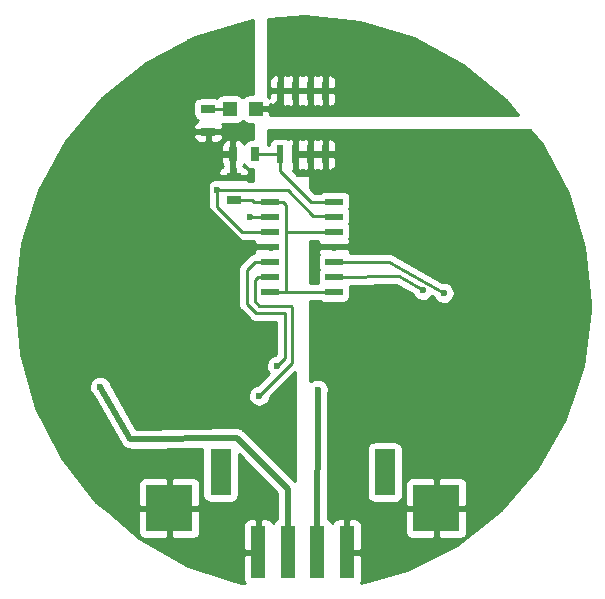
<source format=gbr>
G04 #@! TF.FileFunction,Copper,L2,Bot,Signal*
%FSLAX46Y46*%
G04 Gerber Fmt 4.6, Leading zero omitted, Abs format (unit mm)*
G04 Created by KiCad (PCBNEW 4.0.6) date 03/19/17 22:54:01*
%MOMM*%
%LPD*%
G01*
G04 APERTURE LIST*
%ADD10C,0.100000*%
%ADD11R,1.500000X0.600000*%
%ADD12R,1.300000X4.500000*%
%ADD13R,1.800000X3.900000*%
%ADD14R,0.600000X1.550000*%
%ADD15R,1.300000X0.700000*%
%ADD16R,0.700000X1.300000*%
%ADD17R,4.000000X4.000000*%
%ADD18R,1.200000X1.200000*%
%ADD19C,0.600000*%
%ADD20C,0.250000*%
%ADD21C,0.500000*%
%ADD22C,0.254000*%
G04 APERTURE END LIST*
D10*
D11*
X-2745264Y910247D03*
X-2745264Y2180247D03*
X-2745264Y3450247D03*
X-2745264Y4720247D03*
X-2745264Y5990247D03*
X-2745264Y7260247D03*
X-2745264Y8530247D03*
X2654736Y8530247D03*
X2654736Y7260247D03*
X2654736Y5990247D03*
X2654736Y4720247D03*
X2654736Y3450247D03*
X2654736Y2180247D03*
X2654736Y910247D03*
D12*
X-3750000Y-21149000D03*
X-1250000Y-21149000D03*
X1250000Y-21149000D03*
X3750000Y-21149000D03*
D13*
X-6950000Y-14349000D03*
X6950000Y-14349000D03*
D14*
X1905000Y12540000D03*
X635000Y12540000D03*
X-635000Y12540000D03*
X-1905000Y12540000D03*
X-1905000Y17940000D03*
X-635000Y17940000D03*
X635000Y17940000D03*
X1905000Y17940000D03*
D15*
X-5842000Y10602000D03*
X-5842000Y8702000D03*
D16*
X-4003000Y12573000D03*
X-5903000Y12573000D03*
D17*
X-11303000Y-17399000D03*
X11303000Y-17399000D03*
D18*
X-6180000Y16383000D03*
X-3980000Y16383000D03*
D15*
X-8001000Y14480500D03*
X-8001000Y16380500D03*
D19*
X-2159000Y-5334000D03*
X-3683000Y-7874000D03*
X-7239000Y9525000D03*
X-4445000Y7239000D03*
X11938000Y825500D03*
X10160000Y1079500D03*
X-6858000Y19304000D03*
X-8128000Y19304000D03*
X-9525000Y19304000D03*
X-9525000Y20701000D03*
X-9525000Y22098000D03*
X-8128000Y22098000D03*
X-6858000Y22098000D03*
X-6858000Y20701000D03*
X-8128000Y20701000D03*
X-11303000Y-17399000D03*
X11303000Y-17399000D03*
X-17145000Y-7112000D03*
X1270000Y-7366000D03*
X6858000Y21971000D03*
X6858000Y20701000D03*
X6858000Y19431000D03*
X8128000Y19431000D03*
X9398000Y19431000D03*
X9398000Y21971000D03*
X8128000Y21971000D03*
X9398000Y20701000D03*
X8128000Y20701000D03*
D20*
X-4042753Y3450247D02*
X-2745264Y3450247D01*
X-2159000Y-5334000D02*
X-2032000Y-5207000D01*
X-2032000Y-5207000D02*
X-1524000Y-4699000D01*
X-1524000Y-4699000D02*
X-1524000Y-889000D01*
X-1524000Y-889000D02*
X-3937000Y-889000D01*
X-3937000Y-889000D02*
X-4699000Y-127000D01*
X-4699000Y-127000D02*
X-4699000Y2794000D01*
X-4699000Y2794000D02*
X-4042753Y3450247D01*
X-3788753Y2180247D02*
X-2745264Y2180247D01*
X-4064000Y1905000D02*
X-3788753Y2180247D01*
X-4064000Y127000D02*
X-4064000Y1905000D01*
X-3683000Y-254000D02*
X-4064000Y127000D01*
X-1016000Y-254000D02*
X-3683000Y-254000D01*
X-889000Y-381000D02*
X-1016000Y-254000D01*
X-889000Y-5080000D02*
X-889000Y-381000D01*
X-3683000Y-7874000D02*
X-889000Y-5080000D01*
X-7239000Y9525000D02*
X-1270000Y9525000D01*
X889000Y7366000D02*
X2548983Y7366000D01*
X-1270000Y9525000D02*
X889000Y7366000D01*
X2548983Y7366000D02*
X2654736Y7260247D01*
X-5101247Y5990247D02*
X-2745264Y5990247D01*
X-7239000Y8128000D02*
X-5101247Y5990247D01*
X-7239000Y9525000D02*
X-7239000Y8128000D01*
X-4445000Y7239000D02*
X-2745264Y7260247D01*
X7302991Y3432796D02*
X2654736Y3450247D01*
X11938000Y825500D02*
X7302991Y3432796D01*
X8124936Y2217019D02*
X2654736Y2180247D01*
X10160000Y1079500D02*
X8124936Y2217019D01*
X-2745264Y8530247D02*
X-4085247Y8530247D01*
X-4257000Y8702000D02*
X-5842000Y8702000D01*
X-4085247Y8530247D02*
X-4257000Y8702000D01*
X0Y910247D02*
X0Y889000D01*
X0Y889000D02*
X0Y910247D01*
X2654736Y5990247D02*
X-1397000Y5990247D01*
X-1397000Y5990247D02*
X-1397000Y5969000D01*
X-2745264Y8530247D02*
X-1672247Y8530247D01*
X-1397000Y8255000D02*
X-1397000Y5969000D01*
X-1397000Y5969000D02*
X-1397000Y910247D01*
X-1672247Y8530247D02*
X-1397000Y8255000D01*
X-2745264Y910247D02*
X-1397000Y910247D01*
X-1397000Y910247D02*
X0Y910247D01*
X0Y910247D02*
X2654736Y910247D01*
D21*
X-5903000Y12573000D02*
X-8128000Y12573000D01*
X-8128000Y12573000D02*
X-8128000Y12446000D01*
X-5903000Y12573000D02*
X-5903000Y10663000D01*
X-5903000Y10663000D02*
X-5842000Y10602000D01*
X-8128000Y12446000D02*
X-8128000Y12065000D01*
X-8128000Y7937500D02*
X-4889500Y4699000D01*
X-8128000Y12065000D02*
X-8128000Y7937500D01*
X-4889500Y4699000D02*
X-2745264Y4720247D01*
X10879986Y-17399000D02*
X11303000Y-17399000D01*
X10677358Y-17601628D02*
X10879986Y-17399000D01*
X1905000Y12540000D02*
X4859000Y12540000D01*
X6794500Y10604500D02*
X6794500Y4762500D01*
X4859000Y12540000D02*
X6794500Y10604500D01*
X-635000Y12540000D02*
X635000Y12540000D01*
X635000Y12540000D02*
X1905000Y12540000D01*
X6794500Y4762500D02*
X2654736Y4720247D01*
D20*
X-4003000Y12573000D02*
X-1938000Y12573000D01*
X-1938000Y12573000D02*
X-1905000Y12540000D01*
X2654736Y8530247D02*
X740753Y8530247D01*
X-1905000Y11176000D02*
X-1905000Y12540000D01*
X740753Y8530247D02*
X-1905000Y11176000D01*
X-3970000Y12540000D02*
X-4003000Y12573000D01*
X-1905000Y11938000D02*
X-1905000Y12540000D01*
D21*
X-1250000Y-21149000D02*
X-1270000Y-15748000D01*
X-14605000Y-11557000D02*
X-17145000Y-7112000D01*
X-5588000Y-11430000D02*
X-14605000Y-11557000D01*
X-1270000Y-15748000D02*
X-5588000Y-11430000D01*
X1250000Y-21149000D02*
X1270000Y-7366000D01*
X-3980000Y16383000D02*
X-2540000Y16383000D01*
X-1905000Y17018000D02*
X-1905000Y17940000D01*
X-2540000Y16383000D02*
X-1905000Y17018000D01*
X-1905000Y17940000D02*
X-635000Y17940000D01*
X-635000Y17940000D02*
X635000Y17940000D01*
X635000Y17940000D02*
X1905000Y17940000D01*
D20*
X-6180000Y16383000D02*
X-8001000Y16380500D01*
D22*
G36*
X20244113Y13436100D02*
X22469679Y9250418D01*
X23839857Y4712171D01*
X24302456Y-5781D01*
X24292986Y-683998D01*
X23698834Y-5387194D01*
X22202475Y-9885414D01*
X19860906Y-14007322D01*
X16763315Y-17595916D01*
X13027689Y-20514506D01*
X8796317Y-22651926D01*
X4944250Y-23727442D01*
X4962730Y-23699785D01*
X5010597Y-23584223D01*
X5035000Y-23461542D01*
X5035000Y-21434750D01*
X4876250Y-21276000D01*
X3877000Y-21276000D01*
X3877000Y-21296000D01*
X3623000Y-21296000D01*
X3623000Y-21276000D01*
X3603000Y-21276000D01*
X3603000Y-21022000D01*
X3623000Y-21022000D01*
X3623000Y-18422750D01*
X3877000Y-18422750D01*
X3877000Y-21022000D01*
X4876250Y-21022000D01*
X5035000Y-20863250D01*
X5035000Y-18836458D01*
X5010597Y-18713777D01*
X4962730Y-18598215D01*
X4893237Y-18494211D01*
X4804789Y-18405763D01*
X4700785Y-18336270D01*
X4585223Y-18288403D01*
X4462542Y-18264000D01*
X4035750Y-18264000D01*
X3877000Y-18422750D01*
X3623000Y-18422750D01*
X3464250Y-18264000D01*
X3037458Y-18264000D01*
X2914777Y-18288403D01*
X2799215Y-18336270D01*
X2695211Y-18405763D01*
X2606763Y-18494211D01*
X2537270Y-18598215D01*
X2497734Y-18693663D01*
X2476894Y-18626366D01*
X2378100Y-18476441D01*
X2241450Y-18359975D01*
X2139115Y-18313846D01*
X2140027Y-17684750D01*
X8668000Y-17684750D01*
X8668000Y-19461542D01*
X8692403Y-19584223D01*
X8740270Y-19699785D01*
X8809763Y-19803789D01*
X8898211Y-19892237D01*
X9002215Y-19961730D01*
X9117777Y-20009597D01*
X9240458Y-20034000D01*
X11017250Y-20034000D01*
X11176000Y-19875250D01*
X11176000Y-17526000D01*
X11430000Y-17526000D01*
X11430000Y-19875250D01*
X11588750Y-20034000D01*
X13365542Y-20034000D01*
X13488223Y-20009597D01*
X13603785Y-19961730D01*
X13707789Y-19892237D01*
X13796237Y-19803789D01*
X13865730Y-19699785D01*
X13913597Y-19584223D01*
X13938000Y-19461542D01*
X13938000Y-17684750D01*
X13779250Y-17526000D01*
X11430000Y-17526000D01*
X11176000Y-17526000D01*
X8826750Y-17526000D01*
X8668000Y-17684750D01*
X2140027Y-17684750D01*
X2147697Y-12399000D01*
X5411928Y-12399000D01*
X5411928Y-16299000D01*
X5419992Y-16400121D01*
X5473106Y-16571634D01*
X5571900Y-16721559D01*
X5708550Y-16838025D01*
X5872237Y-16911810D01*
X6050000Y-16937072D01*
X7850000Y-16937072D01*
X7951121Y-16929008D01*
X8122634Y-16875894D01*
X8272559Y-16777100D01*
X8389025Y-16640450D01*
X8462810Y-16476763D01*
X8488072Y-16299000D01*
X8488072Y-15336458D01*
X8668000Y-15336458D01*
X8668000Y-17113250D01*
X8826750Y-17272000D01*
X11176000Y-17272000D01*
X11176000Y-14922750D01*
X11430000Y-14922750D01*
X11430000Y-17272000D01*
X13779250Y-17272000D01*
X13938000Y-17113250D01*
X13938000Y-15336458D01*
X13913597Y-15213777D01*
X13865730Y-15098215D01*
X13796237Y-14994211D01*
X13707789Y-14905763D01*
X13603785Y-14836270D01*
X13488223Y-14788403D01*
X13365542Y-14764000D01*
X11588750Y-14764000D01*
X11430000Y-14922750D01*
X11176000Y-14922750D01*
X11017250Y-14764000D01*
X9240458Y-14764000D01*
X9117777Y-14788403D01*
X9002215Y-14836270D01*
X8898211Y-14905763D01*
X8809763Y-14994211D01*
X8740270Y-15098215D01*
X8692403Y-15213777D01*
X8668000Y-15336458D01*
X8488072Y-15336458D01*
X8488072Y-12399000D01*
X8480008Y-12297879D01*
X8426894Y-12126366D01*
X8328100Y-11976441D01*
X8191450Y-11859975D01*
X8027763Y-11786190D01*
X7850000Y-11760928D01*
X6050000Y-11760928D01*
X5948879Y-11768992D01*
X5777366Y-11822106D01*
X5627441Y-11920900D01*
X5510975Y-12057550D01*
X5437190Y-12221237D01*
X5411928Y-12399000D01*
X2147697Y-12399000D01*
X2154548Y-7678157D01*
X2161492Y-7662560D01*
X2202116Y-7483754D01*
X2205040Y-7274319D01*
X2169425Y-7094448D01*
X2099550Y-6924920D01*
X1998079Y-6772193D01*
X1868875Y-6642084D01*
X1716860Y-6539549D01*
X1547825Y-6468493D01*
X1368207Y-6431623D01*
X1184849Y-6430343D01*
X1004733Y-6464701D01*
X834722Y-6533390D01*
X681291Y-6633793D01*
X635000Y-6679125D01*
X635000Y150247D01*
X1470566Y150247D01*
X1563286Y71222D01*
X1726973Y-2563D01*
X1904736Y-27825D01*
X3404736Y-27825D01*
X3505857Y-19761D01*
X3677370Y33353D01*
X3827295Y132147D01*
X3943761Y268797D01*
X4017546Y432484D01*
X4042808Y610247D01*
X4042808Y1210247D01*
X4034744Y1311368D01*
X3998235Y1429261D01*
X7929329Y1455687D01*
X9311219Y683266D01*
X9324372Y650046D01*
X9423701Y495917D01*
X9551076Y364016D01*
X9701644Y259369D01*
X9869671Y185960D01*
X10048757Y146585D01*
X10232079Y142745D01*
X10412657Y174586D01*
X10583610Y240894D01*
X10738429Y339145D01*
X10871215Y465596D01*
X10915658Y528598D01*
X11088353Y431453D01*
X11102372Y396046D01*
X11201701Y241917D01*
X11329076Y110016D01*
X11479644Y5369D01*
X11647671Y-68040D01*
X11826757Y-107415D01*
X12010079Y-111255D01*
X12190657Y-79414D01*
X12361610Y-13106D01*
X12516429Y85145D01*
X12649215Y211596D01*
X12754911Y361430D01*
X12829492Y528940D01*
X12870116Y707746D01*
X12873040Y917181D01*
X12837425Y1097052D01*
X12767550Y1266580D01*
X12666079Y1419307D01*
X12536875Y1549416D01*
X12384860Y1651951D01*
X12215825Y1723007D01*
X12036207Y1759877D01*
X11852849Y1761157D01*
X11831920Y1757165D01*
X7675601Y4095187D01*
X7639502Y4111078D01*
X7605008Y4130210D01*
X7571786Y4140886D01*
X7539846Y4154946D01*
X7501346Y4163522D01*
X7463794Y4175590D01*
X7429125Y4179611D01*
X7395069Y4187197D01*
X7355643Y4188132D01*
X7316455Y4192677D01*
X7305844Y4192791D01*
X4002976Y4205191D01*
X4015333Y4235024D01*
X4039736Y4357705D01*
X4039736Y4434497D01*
X3880986Y4593247D01*
X2781736Y4593247D01*
X2781736Y4573247D01*
X2527736Y4573247D01*
X2527736Y4593247D01*
X1428486Y4593247D01*
X1269736Y4434497D01*
X1269736Y4357705D01*
X1294139Y4235024D01*
X1342006Y4119462D01*
X1363635Y4087092D01*
X1291926Y3928010D01*
X1266664Y3750247D01*
X1266664Y3150247D01*
X1274728Y3049126D01*
X1327842Y2877613D01*
X1365296Y2820775D01*
X1291926Y2658010D01*
X1266664Y2480247D01*
X1266664Y1880247D01*
X1274728Y1779126D01*
X1308446Y1670247D01*
X635000Y1670247D01*
X635000Y5230247D01*
X1304402Y5230247D01*
X1294139Y5205470D01*
X1269736Y5082789D01*
X1269736Y5005997D01*
X1428486Y4847247D01*
X2527736Y4847247D01*
X2527736Y4867247D01*
X2781736Y4867247D01*
X2781736Y4847247D01*
X3880986Y4847247D01*
X4039736Y5005997D01*
X4039736Y5082789D01*
X4015333Y5205470D01*
X3967466Y5321032D01*
X3945837Y5353402D01*
X4017546Y5512484D01*
X4042808Y5690247D01*
X4042808Y6290247D01*
X4034744Y6391368D01*
X3981630Y6562881D01*
X3944176Y6619719D01*
X4017546Y6782484D01*
X4042808Y6960247D01*
X4042808Y7560247D01*
X4034744Y7661368D01*
X3981630Y7832881D01*
X3944176Y7889719D01*
X4017546Y8052484D01*
X4042808Y8230247D01*
X4042808Y8830247D01*
X4034744Y8931368D01*
X3981630Y9102881D01*
X3882836Y9252806D01*
X3746186Y9369272D01*
X3582499Y9443057D01*
X3404736Y9468319D01*
X1904736Y9468319D01*
X1803615Y9460255D01*
X1632102Y9407141D01*
X1482177Y9308347D01*
X1466750Y9290247D01*
X1055555Y9290247D01*
X635000Y9710802D01*
X635000Y10668000D01*
X629972Y10703381D01*
X615286Y10735961D01*
X592105Y10763160D01*
X562264Y10782823D01*
X528127Y10793395D01*
X508000Y10795000D01*
X-449198Y10795000D01*
X-852474Y11198276D01*
X-762000Y11288750D01*
X-762000Y12413000D01*
X-508000Y12413000D01*
X-508000Y11288750D01*
X-349250Y11130000D01*
X-272458Y11130000D01*
X-149777Y11154403D01*
X-34215Y11202270D01*
X0Y11225132D01*
X34215Y11202270D01*
X149777Y11154403D01*
X272458Y11130000D01*
X349250Y11130000D01*
X508000Y11288750D01*
X508000Y12413000D01*
X762000Y12413000D01*
X762000Y11288750D01*
X920750Y11130000D01*
X997542Y11130000D01*
X1120223Y11154403D01*
X1235785Y11202270D01*
X1270000Y11225132D01*
X1304215Y11202270D01*
X1419777Y11154403D01*
X1542458Y11130000D01*
X1619250Y11130000D01*
X1778000Y11288750D01*
X1778000Y12413000D01*
X2032000Y12413000D01*
X2032000Y11288750D01*
X2190750Y11130000D01*
X2267542Y11130000D01*
X2390223Y11154403D01*
X2505785Y11202270D01*
X2609789Y11271763D01*
X2698237Y11360211D01*
X2767730Y11464215D01*
X2815597Y11579777D01*
X2840000Y11702458D01*
X2840000Y12254250D01*
X2681250Y12413000D01*
X2032000Y12413000D01*
X1778000Y12413000D01*
X762000Y12413000D01*
X508000Y12413000D01*
X-508000Y12413000D01*
X-762000Y12413000D01*
X-782000Y12413000D01*
X-782000Y12667000D01*
X-762000Y12667000D01*
X-762000Y13791250D01*
X-508000Y13791250D01*
X-508000Y12667000D01*
X508000Y12667000D01*
X508000Y13791250D01*
X762000Y13791250D01*
X762000Y12667000D01*
X1778000Y12667000D01*
X1778000Y13791250D01*
X2032000Y13791250D01*
X2032000Y12667000D01*
X2681250Y12667000D01*
X2840000Y12825750D01*
X2840000Y13377542D01*
X2815597Y13500223D01*
X2767730Y13615785D01*
X2698237Y13719789D01*
X2609789Y13808237D01*
X2505785Y13877730D01*
X2390223Y13925597D01*
X2267542Y13950000D01*
X2190750Y13950000D01*
X2032000Y13791250D01*
X1778000Y13791250D01*
X1619250Y13950000D01*
X1542458Y13950000D01*
X1419777Y13925597D01*
X1304215Y13877730D01*
X1270000Y13854868D01*
X1235785Y13877730D01*
X1120223Y13925597D01*
X997542Y13950000D01*
X920750Y13950000D01*
X762000Y13791250D01*
X508000Y13791250D01*
X349250Y13950000D01*
X272458Y13950000D01*
X149777Y13925597D01*
X34215Y13877730D01*
X0Y13854868D01*
X-34215Y13877730D01*
X-149777Y13925597D01*
X-272458Y13950000D01*
X-349250Y13950000D01*
X-508000Y13791250D01*
X-762000Y13791250D01*
X-920750Y13950000D01*
X-997542Y13950000D01*
X-1120223Y13925597D01*
X-1235785Y13877730D01*
X-1268155Y13856101D01*
X-1427237Y13927810D01*
X-1605000Y13953072D01*
X-2205000Y13953072D01*
X-2306121Y13945008D01*
X-2477634Y13891894D01*
X-2627559Y13793100D01*
X-2744025Y13656450D01*
X-2817810Y13492763D01*
X-2840514Y13333000D01*
X-2921000Y13333000D01*
X-2921000Y14605000D01*
X19290781Y14605000D01*
X20244113Y13436100D01*
X20244113Y13436100D01*
G37*
X20244113Y13436100D02*
X22469679Y9250418D01*
X23839857Y4712171D01*
X24302456Y-5781D01*
X24292986Y-683998D01*
X23698834Y-5387194D01*
X22202475Y-9885414D01*
X19860906Y-14007322D01*
X16763315Y-17595916D01*
X13027689Y-20514506D01*
X8796317Y-22651926D01*
X4944250Y-23727442D01*
X4962730Y-23699785D01*
X5010597Y-23584223D01*
X5035000Y-23461542D01*
X5035000Y-21434750D01*
X4876250Y-21276000D01*
X3877000Y-21276000D01*
X3877000Y-21296000D01*
X3623000Y-21296000D01*
X3623000Y-21276000D01*
X3603000Y-21276000D01*
X3603000Y-21022000D01*
X3623000Y-21022000D01*
X3623000Y-18422750D01*
X3877000Y-18422750D01*
X3877000Y-21022000D01*
X4876250Y-21022000D01*
X5035000Y-20863250D01*
X5035000Y-18836458D01*
X5010597Y-18713777D01*
X4962730Y-18598215D01*
X4893237Y-18494211D01*
X4804789Y-18405763D01*
X4700785Y-18336270D01*
X4585223Y-18288403D01*
X4462542Y-18264000D01*
X4035750Y-18264000D01*
X3877000Y-18422750D01*
X3623000Y-18422750D01*
X3464250Y-18264000D01*
X3037458Y-18264000D01*
X2914777Y-18288403D01*
X2799215Y-18336270D01*
X2695211Y-18405763D01*
X2606763Y-18494211D01*
X2537270Y-18598215D01*
X2497734Y-18693663D01*
X2476894Y-18626366D01*
X2378100Y-18476441D01*
X2241450Y-18359975D01*
X2139115Y-18313846D01*
X2140027Y-17684750D01*
X8668000Y-17684750D01*
X8668000Y-19461542D01*
X8692403Y-19584223D01*
X8740270Y-19699785D01*
X8809763Y-19803789D01*
X8898211Y-19892237D01*
X9002215Y-19961730D01*
X9117777Y-20009597D01*
X9240458Y-20034000D01*
X11017250Y-20034000D01*
X11176000Y-19875250D01*
X11176000Y-17526000D01*
X11430000Y-17526000D01*
X11430000Y-19875250D01*
X11588750Y-20034000D01*
X13365542Y-20034000D01*
X13488223Y-20009597D01*
X13603785Y-19961730D01*
X13707789Y-19892237D01*
X13796237Y-19803789D01*
X13865730Y-19699785D01*
X13913597Y-19584223D01*
X13938000Y-19461542D01*
X13938000Y-17684750D01*
X13779250Y-17526000D01*
X11430000Y-17526000D01*
X11176000Y-17526000D01*
X8826750Y-17526000D01*
X8668000Y-17684750D01*
X2140027Y-17684750D01*
X2147697Y-12399000D01*
X5411928Y-12399000D01*
X5411928Y-16299000D01*
X5419992Y-16400121D01*
X5473106Y-16571634D01*
X5571900Y-16721559D01*
X5708550Y-16838025D01*
X5872237Y-16911810D01*
X6050000Y-16937072D01*
X7850000Y-16937072D01*
X7951121Y-16929008D01*
X8122634Y-16875894D01*
X8272559Y-16777100D01*
X8389025Y-16640450D01*
X8462810Y-16476763D01*
X8488072Y-16299000D01*
X8488072Y-15336458D01*
X8668000Y-15336458D01*
X8668000Y-17113250D01*
X8826750Y-17272000D01*
X11176000Y-17272000D01*
X11176000Y-14922750D01*
X11430000Y-14922750D01*
X11430000Y-17272000D01*
X13779250Y-17272000D01*
X13938000Y-17113250D01*
X13938000Y-15336458D01*
X13913597Y-15213777D01*
X13865730Y-15098215D01*
X13796237Y-14994211D01*
X13707789Y-14905763D01*
X13603785Y-14836270D01*
X13488223Y-14788403D01*
X13365542Y-14764000D01*
X11588750Y-14764000D01*
X11430000Y-14922750D01*
X11176000Y-14922750D01*
X11017250Y-14764000D01*
X9240458Y-14764000D01*
X9117777Y-14788403D01*
X9002215Y-14836270D01*
X8898211Y-14905763D01*
X8809763Y-14994211D01*
X8740270Y-15098215D01*
X8692403Y-15213777D01*
X8668000Y-15336458D01*
X8488072Y-15336458D01*
X8488072Y-12399000D01*
X8480008Y-12297879D01*
X8426894Y-12126366D01*
X8328100Y-11976441D01*
X8191450Y-11859975D01*
X8027763Y-11786190D01*
X7850000Y-11760928D01*
X6050000Y-11760928D01*
X5948879Y-11768992D01*
X5777366Y-11822106D01*
X5627441Y-11920900D01*
X5510975Y-12057550D01*
X5437190Y-12221237D01*
X5411928Y-12399000D01*
X2147697Y-12399000D01*
X2154548Y-7678157D01*
X2161492Y-7662560D01*
X2202116Y-7483754D01*
X2205040Y-7274319D01*
X2169425Y-7094448D01*
X2099550Y-6924920D01*
X1998079Y-6772193D01*
X1868875Y-6642084D01*
X1716860Y-6539549D01*
X1547825Y-6468493D01*
X1368207Y-6431623D01*
X1184849Y-6430343D01*
X1004733Y-6464701D01*
X834722Y-6533390D01*
X681291Y-6633793D01*
X635000Y-6679125D01*
X635000Y150247D01*
X1470566Y150247D01*
X1563286Y71222D01*
X1726973Y-2563D01*
X1904736Y-27825D01*
X3404736Y-27825D01*
X3505857Y-19761D01*
X3677370Y33353D01*
X3827295Y132147D01*
X3943761Y268797D01*
X4017546Y432484D01*
X4042808Y610247D01*
X4042808Y1210247D01*
X4034744Y1311368D01*
X3998235Y1429261D01*
X7929329Y1455687D01*
X9311219Y683266D01*
X9324372Y650046D01*
X9423701Y495917D01*
X9551076Y364016D01*
X9701644Y259369D01*
X9869671Y185960D01*
X10048757Y146585D01*
X10232079Y142745D01*
X10412657Y174586D01*
X10583610Y240894D01*
X10738429Y339145D01*
X10871215Y465596D01*
X10915658Y528598D01*
X11088353Y431453D01*
X11102372Y396046D01*
X11201701Y241917D01*
X11329076Y110016D01*
X11479644Y5369D01*
X11647671Y-68040D01*
X11826757Y-107415D01*
X12010079Y-111255D01*
X12190657Y-79414D01*
X12361610Y-13106D01*
X12516429Y85145D01*
X12649215Y211596D01*
X12754911Y361430D01*
X12829492Y528940D01*
X12870116Y707746D01*
X12873040Y917181D01*
X12837425Y1097052D01*
X12767550Y1266580D01*
X12666079Y1419307D01*
X12536875Y1549416D01*
X12384860Y1651951D01*
X12215825Y1723007D01*
X12036207Y1759877D01*
X11852849Y1761157D01*
X11831920Y1757165D01*
X7675601Y4095187D01*
X7639502Y4111078D01*
X7605008Y4130210D01*
X7571786Y4140886D01*
X7539846Y4154946D01*
X7501346Y4163522D01*
X7463794Y4175590D01*
X7429125Y4179611D01*
X7395069Y4187197D01*
X7355643Y4188132D01*
X7316455Y4192677D01*
X7305844Y4192791D01*
X4002976Y4205191D01*
X4015333Y4235024D01*
X4039736Y4357705D01*
X4039736Y4434497D01*
X3880986Y4593247D01*
X2781736Y4593247D01*
X2781736Y4573247D01*
X2527736Y4573247D01*
X2527736Y4593247D01*
X1428486Y4593247D01*
X1269736Y4434497D01*
X1269736Y4357705D01*
X1294139Y4235024D01*
X1342006Y4119462D01*
X1363635Y4087092D01*
X1291926Y3928010D01*
X1266664Y3750247D01*
X1266664Y3150247D01*
X1274728Y3049126D01*
X1327842Y2877613D01*
X1365296Y2820775D01*
X1291926Y2658010D01*
X1266664Y2480247D01*
X1266664Y1880247D01*
X1274728Y1779126D01*
X1308446Y1670247D01*
X635000Y1670247D01*
X635000Y5230247D01*
X1304402Y5230247D01*
X1294139Y5205470D01*
X1269736Y5082789D01*
X1269736Y5005997D01*
X1428486Y4847247D01*
X2527736Y4847247D01*
X2527736Y4867247D01*
X2781736Y4867247D01*
X2781736Y4847247D01*
X3880986Y4847247D01*
X4039736Y5005997D01*
X4039736Y5082789D01*
X4015333Y5205470D01*
X3967466Y5321032D01*
X3945837Y5353402D01*
X4017546Y5512484D01*
X4042808Y5690247D01*
X4042808Y6290247D01*
X4034744Y6391368D01*
X3981630Y6562881D01*
X3944176Y6619719D01*
X4017546Y6782484D01*
X4042808Y6960247D01*
X4042808Y7560247D01*
X4034744Y7661368D01*
X3981630Y7832881D01*
X3944176Y7889719D01*
X4017546Y8052484D01*
X4042808Y8230247D01*
X4042808Y8830247D01*
X4034744Y8931368D01*
X3981630Y9102881D01*
X3882836Y9252806D01*
X3746186Y9369272D01*
X3582499Y9443057D01*
X3404736Y9468319D01*
X1904736Y9468319D01*
X1803615Y9460255D01*
X1632102Y9407141D01*
X1482177Y9308347D01*
X1466750Y9290247D01*
X1055555Y9290247D01*
X635000Y9710802D01*
X635000Y10668000D01*
X629972Y10703381D01*
X615286Y10735961D01*
X592105Y10763160D01*
X562264Y10782823D01*
X528127Y10793395D01*
X508000Y10795000D01*
X-449198Y10795000D01*
X-852474Y11198276D01*
X-762000Y11288750D01*
X-762000Y12413000D01*
X-508000Y12413000D01*
X-508000Y11288750D01*
X-349250Y11130000D01*
X-272458Y11130000D01*
X-149777Y11154403D01*
X-34215Y11202270D01*
X0Y11225132D01*
X34215Y11202270D01*
X149777Y11154403D01*
X272458Y11130000D01*
X349250Y11130000D01*
X508000Y11288750D01*
X508000Y12413000D01*
X762000Y12413000D01*
X762000Y11288750D01*
X920750Y11130000D01*
X997542Y11130000D01*
X1120223Y11154403D01*
X1235785Y11202270D01*
X1270000Y11225132D01*
X1304215Y11202270D01*
X1419777Y11154403D01*
X1542458Y11130000D01*
X1619250Y11130000D01*
X1778000Y11288750D01*
X1778000Y12413000D01*
X2032000Y12413000D01*
X2032000Y11288750D01*
X2190750Y11130000D01*
X2267542Y11130000D01*
X2390223Y11154403D01*
X2505785Y11202270D01*
X2609789Y11271763D01*
X2698237Y11360211D01*
X2767730Y11464215D01*
X2815597Y11579777D01*
X2840000Y11702458D01*
X2840000Y12254250D01*
X2681250Y12413000D01*
X2032000Y12413000D01*
X1778000Y12413000D01*
X762000Y12413000D01*
X508000Y12413000D01*
X-508000Y12413000D01*
X-762000Y12413000D01*
X-782000Y12413000D01*
X-782000Y12667000D01*
X-762000Y12667000D01*
X-762000Y13791250D01*
X-508000Y13791250D01*
X-508000Y12667000D01*
X508000Y12667000D01*
X508000Y13791250D01*
X762000Y13791250D01*
X762000Y12667000D01*
X1778000Y12667000D01*
X1778000Y13791250D01*
X2032000Y13791250D01*
X2032000Y12667000D01*
X2681250Y12667000D01*
X2840000Y12825750D01*
X2840000Y13377542D01*
X2815597Y13500223D01*
X2767730Y13615785D01*
X2698237Y13719789D01*
X2609789Y13808237D01*
X2505785Y13877730D01*
X2390223Y13925597D01*
X2267542Y13950000D01*
X2190750Y13950000D01*
X2032000Y13791250D01*
X1778000Y13791250D01*
X1619250Y13950000D01*
X1542458Y13950000D01*
X1419777Y13925597D01*
X1304215Y13877730D01*
X1270000Y13854868D01*
X1235785Y13877730D01*
X1120223Y13925597D01*
X997542Y13950000D01*
X920750Y13950000D01*
X762000Y13791250D01*
X508000Y13791250D01*
X349250Y13950000D01*
X272458Y13950000D01*
X149777Y13925597D01*
X34215Y13877730D01*
X0Y13854868D01*
X-34215Y13877730D01*
X-149777Y13925597D01*
X-272458Y13950000D01*
X-349250Y13950000D01*
X-508000Y13791250D01*
X-762000Y13791250D01*
X-920750Y13950000D01*
X-997542Y13950000D01*
X-1120223Y13925597D01*
X-1235785Y13877730D01*
X-1268155Y13856101D01*
X-1427237Y13927810D01*
X-1605000Y13953072D01*
X-2205000Y13953072D01*
X-2306121Y13945008D01*
X-2477634Y13891894D01*
X-2627559Y13793100D01*
X-2744025Y13656450D01*
X-2817810Y13492763D01*
X-2840514Y13333000D01*
X-2921000Y13333000D01*
X-2921000Y14605000D01*
X19290781Y14605000D01*
X20244113Y13436100D01*
G36*
X4896639Y23788102D02*
X9425210Y22386275D01*
X13595252Y20131542D01*
X17247929Y17109784D01*
X18254994Y15875000D01*
X-2745000Y15875000D01*
X-2745000Y16097250D01*
X-2903750Y16256000D01*
X-2921000Y16256000D01*
X-2921000Y16510000D01*
X-2903750Y16510000D01*
X-2745000Y16668750D01*
X-2745000Y16830197D01*
X-2698237Y16760211D01*
X-2609789Y16671763D01*
X-2505785Y16602270D01*
X-2390223Y16554403D01*
X-2267542Y16530000D01*
X-2190750Y16530000D01*
X-2032000Y16688750D01*
X-2032000Y17813000D01*
X-1778000Y17813000D01*
X-1778000Y16688750D01*
X-1619250Y16530000D01*
X-1542458Y16530000D01*
X-1419777Y16554403D01*
X-1304215Y16602270D01*
X-1270000Y16625132D01*
X-1235785Y16602270D01*
X-1120223Y16554403D01*
X-997542Y16530000D01*
X-920750Y16530000D01*
X-762000Y16688750D01*
X-762000Y17813000D01*
X-508000Y17813000D01*
X-508000Y16688750D01*
X-349250Y16530000D01*
X-272458Y16530000D01*
X-149777Y16554403D01*
X-34215Y16602270D01*
X0Y16625132D01*
X34215Y16602270D01*
X149777Y16554403D01*
X272458Y16530000D01*
X349250Y16530000D01*
X508000Y16688750D01*
X508000Y17813000D01*
X762000Y17813000D01*
X762000Y16688750D01*
X920750Y16530000D01*
X997542Y16530000D01*
X1120223Y16554403D01*
X1235785Y16602270D01*
X1270000Y16625132D01*
X1304215Y16602270D01*
X1419777Y16554403D01*
X1542458Y16530000D01*
X1619250Y16530000D01*
X1778000Y16688750D01*
X1778000Y17813000D01*
X2032000Y17813000D01*
X2032000Y16688750D01*
X2190750Y16530000D01*
X2267542Y16530000D01*
X2390223Y16554403D01*
X2505785Y16602270D01*
X2609789Y16671763D01*
X2698237Y16760211D01*
X2767730Y16864215D01*
X2815597Y16979777D01*
X2840000Y17102458D01*
X2840000Y17654250D01*
X2681250Y17813000D01*
X2032000Y17813000D01*
X1778000Y17813000D01*
X762000Y17813000D01*
X508000Y17813000D01*
X-508000Y17813000D01*
X-762000Y17813000D01*
X-1778000Y17813000D01*
X-2032000Y17813000D01*
X-2681250Y17813000D01*
X-2840000Y17654250D01*
X-2840000Y17317803D01*
X-2886763Y17387789D01*
X-2921000Y17422026D01*
X-2921000Y18777542D01*
X-2840000Y18777542D01*
X-2840000Y18225750D01*
X-2681250Y18067000D01*
X-2032000Y18067000D01*
X-2032000Y19191250D01*
X-1778000Y19191250D01*
X-1778000Y18067000D01*
X-762000Y18067000D01*
X-762000Y19191250D01*
X-508000Y19191250D01*
X-508000Y18067000D01*
X508000Y18067000D01*
X508000Y19191250D01*
X762000Y19191250D01*
X762000Y18067000D01*
X1778000Y18067000D01*
X1778000Y19191250D01*
X2032000Y19191250D01*
X2032000Y18067000D01*
X2681250Y18067000D01*
X2840000Y18225750D01*
X2840000Y18777542D01*
X2815597Y18900223D01*
X2767730Y19015785D01*
X2698237Y19119789D01*
X2609789Y19208237D01*
X2505785Y19277730D01*
X2390223Y19325597D01*
X2267542Y19350000D01*
X2190750Y19350000D01*
X2032000Y19191250D01*
X1778000Y19191250D01*
X1619250Y19350000D01*
X1542458Y19350000D01*
X1419777Y19325597D01*
X1304215Y19277730D01*
X1270000Y19254868D01*
X1235785Y19277730D01*
X1120223Y19325597D01*
X997542Y19350000D01*
X920750Y19350000D01*
X762000Y19191250D01*
X508000Y19191250D01*
X349250Y19350000D01*
X272458Y19350000D01*
X149777Y19325597D01*
X34215Y19277730D01*
X0Y19254868D01*
X-34215Y19277730D01*
X-149777Y19325597D01*
X-272458Y19350000D01*
X-349250Y19350000D01*
X-508000Y19191250D01*
X-762000Y19191250D01*
X-920750Y19350000D01*
X-997542Y19350000D01*
X-1120223Y19325597D01*
X-1235785Y19277730D01*
X-1270000Y19254868D01*
X-1304215Y19277730D01*
X-1419777Y19325597D01*
X-1542458Y19350000D01*
X-1619250Y19350000D01*
X-1778000Y19191250D01*
X-2032000Y19191250D01*
X-2190750Y19350000D01*
X-2267542Y19350000D01*
X-2390223Y19325597D01*
X-2505785Y19277730D01*
X-2609789Y19208237D01*
X-2698237Y19119789D01*
X-2767730Y19015785D01*
X-2815597Y18900223D01*
X-2840000Y18777542D01*
X-2921000Y18777542D01*
X-2921000Y24001229D01*
X182031Y24283627D01*
X4896639Y23788102D01*
X4896639Y23788102D01*
G37*
X4896639Y23788102D02*
X9425210Y22386275D01*
X13595252Y20131542D01*
X17247929Y17109784D01*
X18254994Y15875000D01*
X-2745000Y15875000D01*
X-2745000Y16097250D01*
X-2903750Y16256000D01*
X-2921000Y16256000D01*
X-2921000Y16510000D01*
X-2903750Y16510000D01*
X-2745000Y16668750D01*
X-2745000Y16830197D01*
X-2698237Y16760211D01*
X-2609789Y16671763D01*
X-2505785Y16602270D01*
X-2390223Y16554403D01*
X-2267542Y16530000D01*
X-2190750Y16530000D01*
X-2032000Y16688750D01*
X-2032000Y17813000D01*
X-1778000Y17813000D01*
X-1778000Y16688750D01*
X-1619250Y16530000D01*
X-1542458Y16530000D01*
X-1419777Y16554403D01*
X-1304215Y16602270D01*
X-1270000Y16625132D01*
X-1235785Y16602270D01*
X-1120223Y16554403D01*
X-997542Y16530000D01*
X-920750Y16530000D01*
X-762000Y16688750D01*
X-762000Y17813000D01*
X-508000Y17813000D01*
X-508000Y16688750D01*
X-349250Y16530000D01*
X-272458Y16530000D01*
X-149777Y16554403D01*
X-34215Y16602270D01*
X0Y16625132D01*
X34215Y16602270D01*
X149777Y16554403D01*
X272458Y16530000D01*
X349250Y16530000D01*
X508000Y16688750D01*
X508000Y17813000D01*
X762000Y17813000D01*
X762000Y16688750D01*
X920750Y16530000D01*
X997542Y16530000D01*
X1120223Y16554403D01*
X1235785Y16602270D01*
X1270000Y16625132D01*
X1304215Y16602270D01*
X1419777Y16554403D01*
X1542458Y16530000D01*
X1619250Y16530000D01*
X1778000Y16688750D01*
X1778000Y17813000D01*
X2032000Y17813000D01*
X2032000Y16688750D01*
X2190750Y16530000D01*
X2267542Y16530000D01*
X2390223Y16554403D01*
X2505785Y16602270D01*
X2609789Y16671763D01*
X2698237Y16760211D01*
X2767730Y16864215D01*
X2815597Y16979777D01*
X2840000Y17102458D01*
X2840000Y17654250D01*
X2681250Y17813000D01*
X2032000Y17813000D01*
X1778000Y17813000D01*
X762000Y17813000D01*
X508000Y17813000D01*
X-508000Y17813000D01*
X-762000Y17813000D01*
X-1778000Y17813000D01*
X-2032000Y17813000D01*
X-2681250Y17813000D01*
X-2840000Y17654250D01*
X-2840000Y17317803D01*
X-2886763Y17387789D01*
X-2921000Y17422026D01*
X-2921000Y18777542D01*
X-2840000Y18777542D01*
X-2840000Y18225750D01*
X-2681250Y18067000D01*
X-2032000Y18067000D01*
X-2032000Y19191250D01*
X-1778000Y19191250D01*
X-1778000Y18067000D01*
X-762000Y18067000D01*
X-762000Y19191250D01*
X-508000Y19191250D01*
X-508000Y18067000D01*
X508000Y18067000D01*
X508000Y19191250D01*
X762000Y19191250D01*
X762000Y18067000D01*
X1778000Y18067000D01*
X1778000Y19191250D01*
X2032000Y19191250D01*
X2032000Y18067000D01*
X2681250Y18067000D01*
X2840000Y18225750D01*
X2840000Y18777542D01*
X2815597Y18900223D01*
X2767730Y19015785D01*
X2698237Y19119789D01*
X2609789Y19208237D01*
X2505785Y19277730D01*
X2390223Y19325597D01*
X2267542Y19350000D01*
X2190750Y19350000D01*
X2032000Y19191250D01*
X1778000Y19191250D01*
X1619250Y19350000D01*
X1542458Y19350000D01*
X1419777Y19325597D01*
X1304215Y19277730D01*
X1270000Y19254868D01*
X1235785Y19277730D01*
X1120223Y19325597D01*
X997542Y19350000D01*
X920750Y19350000D01*
X762000Y19191250D01*
X508000Y19191250D01*
X349250Y19350000D01*
X272458Y19350000D01*
X149777Y19325597D01*
X34215Y19277730D01*
X0Y19254868D01*
X-34215Y19277730D01*
X-149777Y19325597D01*
X-272458Y19350000D01*
X-349250Y19350000D01*
X-508000Y19191250D01*
X-762000Y19191250D01*
X-920750Y19350000D01*
X-997542Y19350000D01*
X-1120223Y19325597D01*
X-1235785Y19277730D01*
X-1270000Y19254868D01*
X-1304215Y19277730D01*
X-1419777Y19325597D01*
X-1542458Y19350000D01*
X-1619250Y19350000D01*
X-1778000Y19191250D01*
X-2032000Y19191250D01*
X-2190750Y19350000D01*
X-2267542Y19350000D01*
X-2390223Y19325597D01*
X-2505785Y19277730D01*
X-2609789Y19208237D01*
X-2698237Y19119789D01*
X-2767730Y19015785D01*
X-2815597Y18900223D01*
X-2840000Y18777542D01*
X-2921000Y18777542D01*
X-2921000Y24001229D01*
X182031Y24283627D01*
X4896639Y23788102D01*
G36*
X-4191000Y17621072D02*
X-4580000Y17621072D01*
X-4681121Y17613008D01*
X-4852634Y17559894D01*
X-5002559Y17461100D01*
X-5079225Y17371148D01*
X-5101900Y17405559D01*
X-5238550Y17522025D01*
X-5402237Y17595810D01*
X-5580000Y17621072D01*
X-6780000Y17621072D01*
X-6881121Y17613008D01*
X-7052634Y17559894D01*
X-7202559Y17461100D01*
X-7288937Y17359752D01*
X-7351000Y17368572D01*
X-8651000Y17368572D01*
X-8752121Y17360508D01*
X-8923634Y17307394D01*
X-9073559Y17208600D01*
X-9190025Y17071950D01*
X-9263810Y16908263D01*
X-9289072Y16730500D01*
X-9289072Y16030500D01*
X-9281008Y15929379D01*
X-9227894Y15757866D01*
X-9129100Y15607941D01*
X-8992450Y15491475D01*
X-8859396Y15431498D01*
X-8951785Y15393230D01*
X-9055789Y15323737D01*
X-9144237Y15235289D01*
X-9213730Y15131285D01*
X-9261597Y15015723D01*
X-9286000Y14893042D01*
X-9286000Y14766250D01*
X-9127250Y14607500D01*
X-8128000Y14607500D01*
X-8128000Y14627500D01*
X-7874000Y14627500D01*
X-7874000Y14607500D01*
X-6874750Y14607500D01*
X-6716000Y14766250D01*
X-6716000Y14893042D01*
X-6740403Y15015723D01*
X-6788270Y15131285D01*
X-6799210Y15147658D01*
X-6780000Y15144928D01*
X-5580000Y15144928D01*
X-5478879Y15152992D01*
X-5307366Y15206106D01*
X-5157441Y15304900D01*
X-5080775Y15394852D01*
X-5058100Y15360441D01*
X-4921450Y15243975D01*
X-4757763Y15170190D01*
X-4580000Y15144928D01*
X-4191000Y15144928D01*
X-4191000Y13861072D01*
X-4353000Y13861072D01*
X-4454121Y13853008D01*
X-4625634Y13799894D01*
X-4775559Y13701100D01*
X-4892025Y13564450D01*
X-4952002Y13431396D01*
X-4990270Y13523785D01*
X-5059763Y13627789D01*
X-5148211Y13716237D01*
X-5252215Y13785730D01*
X-5367777Y13833597D01*
X-5490458Y13858000D01*
X-5617250Y13858000D01*
X-5776000Y13699250D01*
X-5776000Y12700000D01*
X-5756000Y12700000D01*
X-5756000Y12446000D01*
X-5776000Y12446000D01*
X-5776000Y11446750D01*
X-5715000Y11385750D01*
X-5715000Y10729000D01*
X-4715750Y10729000D01*
X-4557000Y10887750D01*
X-4557000Y11014542D01*
X-4581403Y11137223D01*
X-4629270Y11252785D01*
X-4698763Y11356789D01*
X-4787211Y11445237D01*
X-4891215Y11514730D01*
X-5006777Y11562597D01*
X-5027369Y11566693D01*
X-4990270Y11622215D01*
X-4950734Y11717663D01*
X-4929894Y11650366D01*
X-4831100Y11500441D01*
X-4694450Y11383975D01*
X-4530763Y11310190D01*
X-4353000Y11284928D01*
X-4191000Y11284928D01*
X-4191000Y10285000D01*
X-4557000Y10285000D01*
X-4557000Y10316250D01*
X-4715750Y10475000D01*
X-5715000Y10475000D01*
X-5715000Y10455000D01*
X-5969000Y10455000D01*
X-5969000Y10475000D01*
X-6968250Y10475000D01*
X-7010598Y10432652D01*
X-7140793Y10459377D01*
X-7324151Y10460657D01*
X-7504267Y10426299D01*
X-7674278Y10357610D01*
X-7827709Y10257207D01*
X-7958717Y10128914D01*
X-8062311Y9977619D01*
X-8134546Y9809084D01*
X-8172669Y9629728D01*
X-8175229Y9446383D01*
X-8142128Y9266032D01*
X-8074628Y9095546D01*
X-7999000Y8978194D01*
X-7999000Y8128000D01*
X-7992149Y8058123D01*
X-7986031Y7988197D01*
X-7984916Y7984359D01*
X-7984526Y7980382D01*
X-7964236Y7913179D01*
X-7944649Y7845760D01*
X-7942810Y7842212D01*
X-7941655Y7838387D01*
X-7908701Y7776409D01*
X-7876390Y7714075D01*
X-7873897Y7710952D01*
X-7872020Y7707422D01*
X-7827645Y7653013D01*
X-7783852Y7598154D01*
X-7778369Y7592594D01*
X-7778274Y7592478D01*
X-7778166Y7592389D01*
X-7776401Y7590599D01*
X-5638648Y5452846D01*
X-5584392Y5408279D01*
X-5530622Y5363161D01*
X-5527121Y5361236D01*
X-5524032Y5358699D01*
X-5462180Y5325534D01*
X-5400643Y5291704D01*
X-5396831Y5290495D01*
X-5393312Y5288608D01*
X-5326216Y5268095D01*
X-5259260Y5246855D01*
X-5255288Y5246409D01*
X-5251466Y5245241D01*
X-5181642Y5238149D01*
X-5111858Y5230321D01*
X-5104043Y5230266D01*
X-5103900Y5230252D01*
X-5103767Y5230265D01*
X-5101247Y5230247D01*
X-4095598Y5230247D01*
X-4105861Y5205470D01*
X-4130264Y5082789D01*
X-4130264Y5005997D01*
X-3971514Y4847247D01*
X-2872264Y4847247D01*
X-2872264Y4867247D01*
X-2618264Y4867247D01*
X-2618264Y4847247D01*
X-2598264Y4847247D01*
X-2598264Y4593247D01*
X-2618264Y4593247D01*
X-2618264Y4573247D01*
X-2872264Y4573247D01*
X-2872264Y4593247D01*
X-3971514Y4593247D01*
X-4130264Y4434497D01*
X-4130264Y4357705D01*
X-4105861Y4235024D01*
X-4093536Y4205268D01*
X-4112680Y4203391D01*
X-4182556Y4197277D01*
X-4186389Y4196163D01*
X-4190371Y4195773D01*
X-4257615Y4175471D01*
X-4324993Y4155896D01*
X-4328541Y4154057D01*
X-4332366Y4152902D01*
X-4394363Y4119938D01*
X-4456679Y4087636D01*
X-4459800Y4085144D01*
X-4463331Y4083267D01*
X-4517746Y4038888D01*
X-4572599Y3995099D01*
X-4578159Y3989616D01*
X-4578275Y3989521D01*
X-4578364Y3989413D01*
X-4580154Y3987648D01*
X-5236401Y3331401D01*
X-5280968Y3277145D01*
X-5326086Y3223375D01*
X-5328011Y3219874D01*
X-5330548Y3216785D01*
X-5363713Y3154933D01*
X-5397543Y3093396D01*
X-5398752Y3089584D01*
X-5400639Y3086065D01*
X-5421152Y3018969D01*
X-5442392Y2952013D01*
X-5442838Y2948041D01*
X-5444006Y2944219D01*
X-5451103Y2874351D01*
X-5458926Y2804611D01*
X-5458980Y2796806D01*
X-5458996Y2796653D01*
X-5458982Y2796510D01*
X-5459000Y2794000D01*
X-5459000Y-127000D01*
X-5452149Y-196877D01*
X-5446031Y-266803D01*
X-5444916Y-270641D01*
X-5444526Y-274618D01*
X-5424236Y-341821D01*
X-5404649Y-409240D01*
X-5402810Y-412788D01*
X-5401655Y-416613D01*
X-5368701Y-478591D01*
X-5336390Y-540925D01*
X-5333897Y-544048D01*
X-5332020Y-547578D01*
X-5287645Y-601987D01*
X-5243852Y-656846D01*
X-5238369Y-662406D01*
X-5238274Y-662522D01*
X-5238166Y-662611D01*
X-5236401Y-664401D01*
X-4474401Y-1426401D01*
X-4420145Y-1470968D01*
X-4366375Y-1516086D01*
X-4362874Y-1518011D01*
X-4359785Y-1520548D01*
X-4297898Y-1553732D01*
X-4236396Y-1587543D01*
X-4232588Y-1588751D01*
X-4229065Y-1590640D01*
X-4161923Y-1611167D01*
X-4095013Y-1632392D01*
X-4091041Y-1632838D01*
X-4087219Y-1634006D01*
X-4017351Y-1641103D01*
X-3947611Y-1648926D01*
X-3939806Y-1648980D01*
X-3939653Y-1648996D01*
X-3939510Y-1648982D01*
X-3937000Y-1649000D01*
X-2284000Y-1649000D01*
X-2284000Y-4384198D01*
X-2310872Y-4411070D01*
X-2424267Y-4432701D01*
X-2594278Y-4501390D01*
X-2747709Y-4601793D01*
X-2878717Y-4730086D01*
X-2982311Y-4881381D01*
X-3054546Y-5049916D01*
X-3092669Y-5229272D01*
X-3095229Y-5412617D01*
X-3062128Y-5592968D01*
X-2994628Y-5763454D01*
X-2895299Y-5917583D01*
X-2849162Y-5965360D01*
X-3834872Y-6951070D01*
X-3948267Y-6972701D01*
X-4118278Y-7041390D01*
X-4271709Y-7141793D01*
X-4402717Y-7270086D01*
X-4506311Y-7421381D01*
X-4578546Y-7589916D01*
X-4616669Y-7769272D01*
X-4619229Y-7952617D01*
X-4586128Y-8132968D01*
X-4518628Y-8303454D01*
X-4419299Y-8457583D01*
X-4291924Y-8589484D01*
X-4141356Y-8694131D01*
X-3973329Y-8767540D01*
X-3794243Y-8806915D01*
X-3610921Y-8810755D01*
X-3430343Y-8778914D01*
X-3259390Y-8712606D01*
X-3104571Y-8614355D01*
X-2971785Y-8487904D01*
X-2866089Y-8338070D01*
X-2791508Y-8170560D01*
X-2758214Y-8024016D01*
X-635000Y-5900802D01*
X-635000Y-15131678D01*
X-635534Y-15131009D01*
X-644211Y-15122210D01*
X-4962210Y-10804210D01*
X-4963456Y-10803187D01*
X-4964475Y-10801955D01*
X-5029962Y-10748559D01*
X-5095678Y-10694579D01*
X-5097096Y-10693819D01*
X-5098338Y-10692806D01*
X-5173122Y-10653054D01*
X-5247899Y-10612959D01*
X-5249434Y-10612490D01*
X-5250852Y-10611736D01*
X-5332012Y-10587243D01*
X-5413074Y-10562460D01*
X-5414671Y-10562298D01*
X-5416208Y-10561834D01*
X-5500654Y-10553564D01*
X-5584911Y-10545006D01*
X-5586506Y-10545157D01*
X-5588107Y-10545000D01*
X-5600464Y-10545088D01*
X-14095565Y-10664737D01*
X-16226859Y-6934973D01*
X-16245575Y-6840448D01*
X-16315450Y-6670920D01*
X-16416921Y-6518193D01*
X-16546125Y-6388084D01*
X-16698140Y-6285549D01*
X-16867175Y-6214493D01*
X-17046793Y-6177623D01*
X-17230151Y-6176343D01*
X-17410267Y-6210701D01*
X-17580278Y-6279390D01*
X-17733709Y-6379793D01*
X-17864717Y-6508086D01*
X-17968311Y-6659381D01*
X-18040546Y-6827916D01*
X-18078669Y-7007272D01*
X-18081229Y-7190617D01*
X-18048128Y-7370968D01*
X-17980628Y-7541454D01*
X-17881299Y-7695583D01*
X-17757666Y-7823609D01*
X-15373395Y-11996083D01*
X-15354322Y-12022976D01*
X-15338638Y-12051974D01*
X-15304478Y-12093257D01*
X-15273476Y-12136969D01*
X-15249542Y-12159646D01*
X-15228525Y-12185045D01*
X-15186996Y-12218907D01*
X-15148095Y-12255765D01*
X-15120214Y-12273360D01*
X-15094663Y-12294194D01*
X-15047341Y-12319348D01*
X-15002027Y-12347945D01*
X-14971263Y-12359788D01*
X-14942149Y-12375264D01*
X-14890845Y-12390747D01*
X-14840838Y-12409998D01*
X-14808355Y-12415641D01*
X-14776793Y-12425166D01*
X-14723466Y-12430388D01*
X-14670665Y-12439561D01*
X-14637702Y-12438787D01*
X-14604893Y-12442000D01*
X-14592536Y-12441912D01*
X-8481940Y-12355847D01*
X-8488072Y-12399000D01*
X-8488072Y-16299000D01*
X-8480008Y-16400121D01*
X-8426894Y-16571634D01*
X-8328100Y-16721559D01*
X-8191450Y-16838025D01*
X-8027763Y-16911810D01*
X-7850000Y-16937072D01*
X-6050000Y-16937072D01*
X-5948879Y-16929008D01*
X-5777366Y-16875894D01*
X-5627441Y-16777100D01*
X-5510975Y-16640450D01*
X-5437190Y-16476763D01*
X-5411928Y-16299000D01*
X-5411928Y-12857652D01*
X-2153644Y-16115935D01*
X-2145505Y-18313705D01*
X-2172634Y-18322106D01*
X-2322559Y-18420900D01*
X-2439025Y-18557550D01*
X-2499002Y-18690604D01*
X-2537270Y-18598215D01*
X-2606763Y-18494211D01*
X-2695211Y-18405763D01*
X-2799215Y-18336270D01*
X-2914777Y-18288403D01*
X-3037458Y-18264000D01*
X-3464250Y-18264000D01*
X-3623000Y-18422750D01*
X-3623000Y-21022000D01*
X-3603000Y-21022000D01*
X-3603000Y-21276000D01*
X-3623000Y-21276000D01*
X-3623000Y-21296000D01*
X-3877000Y-21296000D01*
X-3877000Y-21276000D01*
X-4876250Y-21276000D01*
X-5035000Y-21434750D01*
X-5035000Y-23461542D01*
X-5010597Y-23584223D01*
X-4962730Y-23699785D01*
X-4920569Y-23762884D01*
X-5203465Y-23729151D01*
X-9712022Y-22264232D01*
X-13850177Y-19951495D01*
X-16513593Y-17684750D01*
X-13938000Y-17684750D01*
X-13938000Y-19461542D01*
X-13913597Y-19584223D01*
X-13865730Y-19699785D01*
X-13796237Y-19803789D01*
X-13707789Y-19892237D01*
X-13603785Y-19961730D01*
X-13488223Y-20009597D01*
X-13365542Y-20034000D01*
X-11588750Y-20034000D01*
X-11430000Y-19875250D01*
X-11430000Y-17526000D01*
X-11176000Y-17526000D01*
X-11176000Y-19875250D01*
X-11017250Y-20034000D01*
X-9240458Y-20034000D01*
X-9117777Y-20009597D01*
X-9002215Y-19961730D01*
X-8898211Y-19892237D01*
X-8809763Y-19803789D01*
X-8740270Y-19699785D01*
X-8692403Y-19584223D01*
X-8668000Y-19461542D01*
X-8668000Y-18836458D01*
X-5035000Y-18836458D01*
X-5035000Y-20863250D01*
X-4876250Y-21022000D01*
X-3877000Y-21022000D01*
X-3877000Y-18422750D01*
X-4035750Y-18264000D01*
X-4462542Y-18264000D01*
X-4585223Y-18288403D01*
X-4700785Y-18336270D01*
X-4804789Y-18405763D01*
X-4893237Y-18494211D01*
X-4962730Y-18598215D01*
X-5010597Y-18713777D01*
X-5035000Y-18836458D01*
X-8668000Y-18836458D01*
X-8668000Y-17684750D01*
X-8826750Y-17526000D01*
X-11176000Y-17526000D01*
X-11430000Y-17526000D01*
X-13779250Y-17526000D01*
X-13938000Y-17684750D01*
X-16513593Y-17684750D01*
X-17460308Y-16879033D01*
X-18682937Y-15336458D01*
X-13938000Y-15336458D01*
X-13938000Y-17113250D01*
X-13779250Y-17272000D01*
X-11430000Y-17272000D01*
X-11430000Y-14922750D01*
X-11176000Y-14922750D01*
X-11176000Y-17272000D01*
X-8826750Y-17272000D01*
X-8668000Y-17113250D01*
X-8668000Y-15336458D01*
X-8692403Y-15213777D01*
X-8740270Y-15098215D01*
X-8809763Y-14994211D01*
X-8898211Y-14905763D01*
X-9002215Y-14836270D01*
X-9117777Y-14788403D01*
X-9240458Y-14764000D01*
X-11017250Y-14764000D01*
X-11176000Y-14922750D01*
X-11430000Y-14922750D01*
X-11588750Y-14764000D01*
X-13365542Y-14764000D01*
X-13488223Y-14788403D01*
X-13603785Y-14836270D01*
X-13707789Y-14905763D01*
X-13796237Y-14994211D01*
X-13865730Y-15098215D01*
X-13913597Y-15213777D01*
X-13938000Y-15336458D01*
X-18682937Y-15336458D01*
X-20404907Y-13163873D01*
X-22571815Y-8947526D01*
X-23878495Y-4390591D01*
X-24275176Y333360D01*
X-23746749Y5044394D01*
X-22313341Y9563068D01*
X-21515387Y11014542D01*
X-7127000Y11014542D01*
X-7127000Y10887750D01*
X-6968250Y10729000D01*
X-5969000Y10729000D01*
X-5969000Y11428250D01*
X-6030000Y11489250D01*
X-6030000Y12446000D01*
X-6729250Y12446000D01*
X-6888000Y12287250D01*
X-6888000Y11860458D01*
X-6863597Y11737777D01*
X-6815730Y11622215D01*
X-6754506Y11530586D01*
X-6792785Y11514730D01*
X-6896789Y11445237D01*
X-6985237Y11356789D01*
X-7054730Y11252785D01*
X-7102597Y11137223D01*
X-7127000Y11014542D01*
X-21515387Y11014542D01*
X-20266895Y13285542D01*
X-6888000Y13285542D01*
X-6888000Y12858750D01*
X-6729250Y12700000D01*
X-6030000Y12700000D01*
X-6030000Y13699250D01*
X-6188750Y13858000D01*
X-6315542Y13858000D01*
X-6438223Y13833597D01*
X-6553785Y13785730D01*
X-6657789Y13716237D01*
X-6746237Y13627789D01*
X-6815730Y13523785D01*
X-6863597Y13408223D01*
X-6888000Y13285542D01*
X-20266895Y13285542D01*
X-20029551Y13717268D01*
X-19628896Y14194750D01*
X-9286000Y14194750D01*
X-9286000Y14067958D01*
X-9261597Y13945277D01*
X-9213730Y13829715D01*
X-9144237Y13725711D01*
X-9055789Y13637263D01*
X-8951785Y13567770D01*
X-8836223Y13519903D01*
X-8713542Y13495500D01*
X-8286750Y13495500D01*
X-8128000Y13654250D01*
X-8128000Y14353500D01*
X-7874000Y14353500D01*
X-7874000Y13654250D01*
X-7715250Y13495500D01*
X-7288458Y13495500D01*
X-7165777Y13519903D01*
X-7050215Y13567770D01*
X-6946211Y13637263D01*
X-6857763Y13725711D01*
X-6788270Y13829715D01*
X-6740403Y13945277D01*
X-6716000Y14067958D01*
X-6716000Y14194750D01*
X-6874750Y14353500D01*
X-7874000Y14353500D01*
X-8128000Y14353500D01*
X-9127250Y14353500D01*
X-9286000Y14194750D01*
X-19628896Y14194750D01*
X-16982367Y17348760D01*
X-13287855Y20319224D01*
X-9086738Y22515515D01*
X-4539036Y23853976D01*
X-4191000Y23885650D01*
X-4191000Y17621072D01*
X-4191000Y17621072D01*
G37*
X-4191000Y17621072D02*
X-4580000Y17621072D01*
X-4681121Y17613008D01*
X-4852634Y17559894D01*
X-5002559Y17461100D01*
X-5079225Y17371148D01*
X-5101900Y17405559D01*
X-5238550Y17522025D01*
X-5402237Y17595810D01*
X-5580000Y17621072D01*
X-6780000Y17621072D01*
X-6881121Y17613008D01*
X-7052634Y17559894D01*
X-7202559Y17461100D01*
X-7288937Y17359752D01*
X-7351000Y17368572D01*
X-8651000Y17368572D01*
X-8752121Y17360508D01*
X-8923634Y17307394D01*
X-9073559Y17208600D01*
X-9190025Y17071950D01*
X-9263810Y16908263D01*
X-9289072Y16730500D01*
X-9289072Y16030500D01*
X-9281008Y15929379D01*
X-9227894Y15757866D01*
X-9129100Y15607941D01*
X-8992450Y15491475D01*
X-8859396Y15431498D01*
X-8951785Y15393230D01*
X-9055789Y15323737D01*
X-9144237Y15235289D01*
X-9213730Y15131285D01*
X-9261597Y15015723D01*
X-9286000Y14893042D01*
X-9286000Y14766250D01*
X-9127250Y14607500D01*
X-8128000Y14607500D01*
X-8128000Y14627500D01*
X-7874000Y14627500D01*
X-7874000Y14607500D01*
X-6874750Y14607500D01*
X-6716000Y14766250D01*
X-6716000Y14893042D01*
X-6740403Y15015723D01*
X-6788270Y15131285D01*
X-6799210Y15147658D01*
X-6780000Y15144928D01*
X-5580000Y15144928D01*
X-5478879Y15152992D01*
X-5307366Y15206106D01*
X-5157441Y15304900D01*
X-5080775Y15394852D01*
X-5058100Y15360441D01*
X-4921450Y15243975D01*
X-4757763Y15170190D01*
X-4580000Y15144928D01*
X-4191000Y15144928D01*
X-4191000Y13861072D01*
X-4353000Y13861072D01*
X-4454121Y13853008D01*
X-4625634Y13799894D01*
X-4775559Y13701100D01*
X-4892025Y13564450D01*
X-4952002Y13431396D01*
X-4990270Y13523785D01*
X-5059763Y13627789D01*
X-5148211Y13716237D01*
X-5252215Y13785730D01*
X-5367777Y13833597D01*
X-5490458Y13858000D01*
X-5617250Y13858000D01*
X-5776000Y13699250D01*
X-5776000Y12700000D01*
X-5756000Y12700000D01*
X-5756000Y12446000D01*
X-5776000Y12446000D01*
X-5776000Y11446750D01*
X-5715000Y11385750D01*
X-5715000Y10729000D01*
X-4715750Y10729000D01*
X-4557000Y10887750D01*
X-4557000Y11014542D01*
X-4581403Y11137223D01*
X-4629270Y11252785D01*
X-4698763Y11356789D01*
X-4787211Y11445237D01*
X-4891215Y11514730D01*
X-5006777Y11562597D01*
X-5027369Y11566693D01*
X-4990270Y11622215D01*
X-4950734Y11717663D01*
X-4929894Y11650366D01*
X-4831100Y11500441D01*
X-4694450Y11383975D01*
X-4530763Y11310190D01*
X-4353000Y11284928D01*
X-4191000Y11284928D01*
X-4191000Y10285000D01*
X-4557000Y10285000D01*
X-4557000Y10316250D01*
X-4715750Y10475000D01*
X-5715000Y10475000D01*
X-5715000Y10455000D01*
X-5969000Y10455000D01*
X-5969000Y10475000D01*
X-6968250Y10475000D01*
X-7010598Y10432652D01*
X-7140793Y10459377D01*
X-7324151Y10460657D01*
X-7504267Y10426299D01*
X-7674278Y10357610D01*
X-7827709Y10257207D01*
X-7958717Y10128914D01*
X-8062311Y9977619D01*
X-8134546Y9809084D01*
X-8172669Y9629728D01*
X-8175229Y9446383D01*
X-8142128Y9266032D01*
X-8074628Y9095546D01*
X-7999000Y8978194D01*
X-7999000Y8128000D01*
X-7992149Y8058123D01*
X-7986031Y7988197D01*
X-7984916Y7984359D01*
X-7984526Y7980382D01*
X-7964236Y7913179D01*
X-7944649Y7845760D01*
X-7942810Y7842212D01*
X-7941655Y7838387D01*
X-7908701Y7776409D01*
X-7876390Y7714075D01*
X-7873897Y7710952D01*
X-7872020Y7707422D01*
X-7827645Y7653013D01*
X-7783852Y7598154D01*
X-7778369Y7592594D01*
X-7778274Y7592478D01*
X-7778166Y7592389D01*
X-7776401Y7590599D01*
X-5638648Y5452846D01*
X-5584392Y5408279D01*
X-5530622Y5363161D01*
X-5527121Y5361236D01*
X-5524032Y5358699D01*
X-5462180Y5325534D01*
X-5400643Y5291704D01*
X-5396831Y5290495D01*
X-5393312Y5288608D01*
X-5326216Y5268095D01*
X-5259260Y5246855D01*
X-5255288Y5246409D01*
X-5251466Y5245241D01*
X-5181642Y5238149D01*
X-5111858Y5230321D01*
X-5104043Y5230266D01*
X-5103900Y5230252D01*
X-5103767Y5230265D01*
X-5101247Y5230247D01*
X-4095598Y5230247D01*
X-4105861Y5205470D01*
X-4130264Y5082789D01*
X-4130264Y5005997D01*
X-3971514Y4847247D01*
X-2872264Y4847247D01*
X-2872264Y4867247D01*
X-2618264Y4867247D01*
X-2618264Y4847247D01*
X-2598264Y4847247D01*
X-2598264Y4593247D01*
X-2618264Y4593247D01*
X-2618264Y4573247D01*
X-2872264Y4573247D01*
X-2872264Y4593247D01*
X-3971514Y4593247D01*
X-4130264Y4434497D01*
X-4130264Y4357705D01*
X-4105861Y4235024D01*
X-4093536Y4205268D01*
X-4112680Y4203391D01*
X-4182556Y4197277D01*
X-4186389Y4196163D01*
X-4190371Y4195773D01*
X-4257615Y4175471D01*
X-4324993Y4155896D01*
X-4328541Y4154057D01*
X-4332366Y4152902D01*
X-4394363Y4119938D01*
X-4456679Y4087636D01*
X-4459800Y4085144D01*
X-4463331Y4083267D01*
X-4517746Y4038888D01*
X-4572599Y3995099D01*
X-4578159Y3989616D01*
X-4578275Y3989521D01*
X-4578364Y3989413D01*
X-4580154Y3987648D01*
X-5236401Y3331401D01*
X-5280968Y3277145D01*
X-5326086Y3223375D01*
X-5328011Y3219874D01*
X-5330548Y3216785D01*
X-5363713Y3154933D01*
X-5397543Y3093396D01*
X-5398752Y3089584D01*
X-5400639Y3086065D01*
X-5421152Y3018969D01*
X-5442392Y2952013D01*
X-5442838Y2948041D01*
X-5444006Y2944219D01*
X-5451103Y2874351D01*
X-5458926Y2804611D01*
X-5458980Y2796806D01*
X-5458996Y2796653D01*
X-5458982Y2796510D01*
X-5459000Y2794000D01*
X-5459000Y-127000D01*
X-5452149Y-196877D01*
X-5446031Y-266803D01*
X-5444916Y-270641D01*
X-5444526Y-274618D01*
X-5424236Y-341821D01*
X-5404649Y-409240D01*
X-5402810Y-412788D01*
X-5401655Y-416613D01*
X-5368701Y-478591D01*
X-5336390Y-540925D01*
X-5333897Y-544048D01*
X-5332020Y-547578D01*
X-5287645Y-601987D01*
X-5243852Y-656846D01*
X-5238369Y-662406D01*
X-5238274Y-662522D01*
X-5238166Y-662611D01*
X-5236401Y-664401D01*
X-4474401Y-1426401D01*
X-4420145Y-1470968D01*
X-4366375Y-1516086D01*
X-4362874Y-1518011D01*
X-4359785Y-1520548D01*
X-4297898Y-1553732D01*
X-4236396Y-1587543D01*
X-4232588Y-1588751D01*
X-4229065Y-1590640D01*
X-4161923Y-1611167D01*
X-4095013Y-1632392D01*
X-4091041Y-1632838D01*
X-4087219Y-1634006D01*
X-4017351Y-1641103D01*
X-3947611Y-1648926D01*
X-3939806Y-1648980D01*
X-3939653Y-1648996D01*
X-3939510Y-1648982D01*
X-3937000Y-1649000D01*
X-2284000Y-1649000D01*
X-2284000Y-4384198D01*
X-2310872Y-4411070D01*
X-2424267Y-4432701D01*
X-2594278Y-4501390D01*
X-2747709Y-4601793D01*
X-2878717Y-4730086D01*
X-2982311Y-4881381D01*
X-3054546Y-5049916D01*
X-3092669Y-5229272D01*
X-3095229Y-5412617D01*
X-3062128Y-5592968D01*
X-2994628Y-5763454D01*
X-2895299Y-5917583D01*
X-2849162Y-5965360D01*
X-3834872Y-6951070D01*
X-3948267Y-6972701D01*
X-4118278Y-7041390D01*
X-4271709Y-7141793D01*
X-4402717Y-7270086D01*
X-4506311Y-7421381D01*
X-4578546Y-7589916D01*
X-4616669Y-7769272D01*
X-4619229Y-7952617D01*
X-4586128Y-8132968D01*
X-4518628Y-8303454D01*
X-4419299Y-8457583D01*
X-4291924Y-8589484D01*
X-4141356Y-8694131D01*
X-3973329Y-8767540D01*
X-3794243Y-8806915D01*
X-3610921Y-8810755D01*
X-3430343Y-8778914D01*
X-3259390Y-8712606D01*
X-3104571Y-8614355D01*
X-2971785Y-8487904D01*
X-2866089Y-8338070D01*
X-2791508Y-8170560D01*
X-2758214Y-8024016D01*
X-635000Y-5900802D01*
X-635000Y-15131678D01*
X-635534Y-15131009D01*
X-644211Y-15122210D01*
X-4962210Y-10804210D01*
X-4963456Y-10803187D01*
X-4964475Y-10801955D01*
X-5029962Y-10748559D01*
X-5095678Y-10694579D01*
X-5097096Y-10693819D01*
X-5098338Y-10692806D01*
X-5173122Y-10653054D01*
X-5247899Y-10612959D01*
X-5249434Y-10612490D01*
X-5250852Y-10611736D01*
X-5332012Y-10587243D01*
X-5413074Y-10562460D01*
X-5414671Y-10562298D01*
X-5416208Y-10561834D01*
X-5500654Y-10553564D01*
X-5584911Y-10545006D01*
X-5586506Y-10545157D01*
X-5588107Y-10545000D01*
X-5600464Y-10545088D01*
X-14095565Y-10664737D01*
X-16226859Y-6934973D01*
X-16245575Y-6840448D01*
X-16315450Y-6670920D01*
X-16416921Y-6518193D01*
X-16546125Y-6388084D01*
X-16698140Y-6285549D01*
X-16867175Y-6214493D01*
X-17046793Y-6177623D01*
X-17230151Y-6176343D01*
X-17410267Y-6210701D01*
X-17580278Y-6279390D01*
X-17733709Y-6379793D01*
X-17864717Y-6508086D01*
X-17968311Y-6659381D01*
X-18040546Y-6827916D01*
X-18078669Y-7007272D01*
X-18081229Y-7190617D01*
X-18048128Y-7370968D01*
X-17980628Y-7541454D01*
X-17881299Y-7695583D01*
X-17757666Y-7823609D01*
X-15373395Y-11996083D01*
X-15354322Y-12022976D01*
X-15338638Y-12051974D01*
X-15304478Y-12093257D01*
X-15273476Y-12136969D01*
X-15249542Y-12159646D01*
X-15228525Y-12185045D01*
X-15186996Y-12218907D01*
X-15148095Y-12255765D01*
X-15120214Y-12273360D01*
X-15094663Y-12294194D01*
X-15047341Y-12319348D01*
X-15002027Y-12347945D01*
X-14971263Y-12359788D01*
X-14942149Y-12375264D01*
X-14890845Y-12390747D01*
X-14840838Y-12409998D01*
X-14808355Y-12415641D01*
X-14776793Y-12425166D01*
X-14723466Y-12430388D01*
X-14670665Y-12439561D01*
X-14637702Y-12438787D01*
X-14604893Y-12442000D01*
X-14592536Y-12441912D01*
X-8481940Y-12355847D01*
X-8488072Y-12399000D01*
X-8488072Y-16299000D01*
X-8480008Y-16400121D01*
X-8426894Y-16571634D01*
X-8328100Y-16721559D01*
X-8191450Y-16838025D01*
X-8027763Y-16911810D01*
X-7850000Y-16937072D01*
X-6050000Y-16937072D01*
X-5948879Y-16929008D01*
X-5777366Y-16875894D01*
X-5627441Y-16777100D01*
X-5510975Y-16640450D01*
X-5437190Y-16476763D01*
X-5411928Y-16299000D01*
X-5411928Y-12857652D01*
X-2153644Y-16115935D01*
X-2145505Y-18313705D01*
X-2172634Y-18322106D01*
X-2322559Y-18420900D01*
X-2439025Y-18557550D01*
X-2499002Y-18690604D01*
X-2537270Y-18598215D01*
X-2606763Y-18494211D01*
X-2695211Y-18405763D01*
X-2799215Y-18336270D01*
X-2914777Y-18288403D01*
X-3037458Y-18264000D01*
X-3464250Y-18264000D01*
X-3623000Y-18422750D01*
X-3623000Y-21022000D01*
X-3603000Y-21022000D01*
X-3603000Y-21276000D01*
X-3623000Y-21276000D01*
X-3623000Y-21296000D01*
X-3877000Y-21296000D01*
X-3877000Y-21276000D01*
X-4876250Y-21276000D01*
X-5035000Y-21434750D01*
X-5035000Y-23461542D01*
X-5010597Y-23584223D01*
X-4962730Y-23699785D01*
X-4920569Y-23762884D01*
X-5203465Y-23729151D01*
X-9712022Y-22264232D01*
X-13850177Y-19951495D01*
X-16513593Y-17684750D01*
X-13938000Y-17684750D01*
X-13938000Y-19461542D01*
X-13913597Y-19584223D01*
X-13865730Y-19699785D01*
X-13796237Y-19803789D01*
X-13707789Y-19892237D01*
X-13603785Y-19961730D01*
X-13488223Y-20009597D01*
X-13365542Y-20034000D01*
X-11588750Y-20034000D01*
X-11430000Y-19875250D01*
X-11430000Y-17526000D01*
X-11176000Y-17526000D01*
X-11176000Y-19875250D01*
X-11017250Y-20034000D01*
X-9240458Y-20034000D01*
X-9117777Y-20009597D01*
X-9002215Y-19961730D01*
X-8898211Y-19892237D01*
X-8809763Y-19803789D01*
X-8740270Y-19699785D01*
X-8692403Y-19584223D01*
X-8668000Y-19461542D01*
X-8668000Y-18836458D01*
X-5035000Y-18836458D01*
X-5035000Y-20863250D01*
X-4876250Y-21022000D01*
X-3877000Y-21022000D01*
X-3877000Y-18422750D01*
X-4035750Y-18264000D01*
X-4462542Y-18264000D01*
X-4585223Y-18288403D01*
X-4700785Y-18336270D01*
X-4804789Y-18405763D01*
X-4893237Y-18494211D01*
X-4962730Y-18598215D01*
X-5010597Y-18713777D01*
X-5035000Y-18836458D01*
X-8668000Y-18836458D01*
X-8668000Y-17684750D01*
X-8826750Y-17526000D01*
X-11176000Y-17526000D01*
X-11430000Y-17526000D01*
X-13779250Y-17526000D01*
X-13938000Y-17684750D01*
X-16513593Y-17684750D01*
X-17460308Y-16879033D01*
X-18682937Y-15336458D01*
X-13938000Y-15336458D01*
X-13938000Y-17113250D01*
X-13779250Y-17272000D01*
X-11430000Y-17272000D01*
X-11430000Y-14922750D01*
X-11176000Y-14922750D01*
X-11176000Y-17272000D01*
X-8826750Y-17272000D01*
X-8668000Y-17113250D01*
X-8668000Y-15336458D01*
X-8692403Y-15213777D01*
X-8740270Y-15098215D01*
X-8809763Y-14994211D01*
X-8898211Y-14905763D01*
X-9002215Y-14836270D01*
X-9117777Y-14788403D01*
X-9240458Y-14764000D01*
X-11017250Y-14764000D01*
X-11176000Y-14922750D01*
X-11430000Y-14922750D01*
X-11588750Y-14764000D01*
X-13365542Y-14764000D01*
X-13488223Y-14788403D01*
X-13603785Y-14836270D01*
X-13707789Y-14905763D01*
X-13796237Y-14994211D01*
X-13865730Y-15098215D01*
X-13913597Y-15213777D01*
X-13938000Y-15336458D01*
X-18682937Y-15336458D01*
X-20404907Y-13163873D01*
X-22571815Y-8947526D01*
X-23878495Y-4390591D01*
X-24275176Y333360D01*
X-23746749Y5044394D01*
X-22313341Y9563068D01*
X-21515387Y11014542D01*
X-7127000Y11014542D01*
X-7127000Y10887750D01*
X-6968250Y10729000D01*
X-5969000Y10729000D01*
X-5969000Y11428250D01*
X-6030000Y11489250D01*
X-6030000Y12446000D01*
X-6729250Y12446000D01*
X-6888000Y12287250D01*
X-6888000Y11860458D01*
X-6863597Y11737777D01*
X-6815730Y11622215D01*
X-6754506Y11530586D01*
X-6792785Y11514730D01*
X-6896789Y11445237D01*
X-6985237Y11356789D01*
X-7054730Y11252785D01*
X-7102597Y11137223D01*
X-7127000Y11014542D01*
X-21515387Y11014542D01*
X-20266895Y13285542D01*
X-6888000Y13285542D01*
X-6888000Y12858750D01*
X-6729250Y12700000D01*
X-6030000Y12700000D01*
X-6030000Y13699250D01*
X-6188750Y13858000D01*
X-6315542Y13858000D01*
X-6438223Y13833597D01*
X-6553785Y13785730D01*
X-6657789Y13716237D01*
X-6746237Y13627789D01*
X-6815730Y13523785D01*
X-6863597Y13408223D01*
X-6888000Y13285542D01*
X-20266895Y13285542D01*
X-20029551Y13717268D01*
X-19628896Y14194750D01*
X-9286000Y14194750D01*
X-9286000Y14067958D01*
X-9261597Y13945277D01*
X-9213730Y13829715D01*
X-9144237Y13725711D01*
X-9055789Y13637263D01*
X-8951785Y13567770D01*
X-8836223Y13519903D01*
X-8713542Y13495500D01*
X-8286750Y13495500D01*
X-8128000Y13654250D01*
X-8128000Y14353500D01*
X-7874000Y14353500D01*
X-7874000Y13654250D01*
X-7715250Y13495500D01*
X-7288458Y13495500D01*
X-7165777Y13519903D01*
X-7050215Y13567770D01*
X-6946211Y13637263D01*
X-6857763Y13725711D01*
X-6788270Y13829715D01*
X-6740403Y13945277D01*
X-6716000Y14067958D01*
X-6716000Y14194750D01*
X-6874750Y14353500D01*
X-7874000Y14353500D01*
X-8128000Y14353500D01*
X-9127250Y14353500D01*
X-9286000Y14194750D01*
X-19628896Y14194750D01*
X-16982367Y17348760D01*
X-13287855Y20319224D01*
X-9086738Y22515515D01*
X-4539036Y23853976D01*
X-4191000Y23885650D01*
X-4191000Y17621072D01*
M02*

</source>
